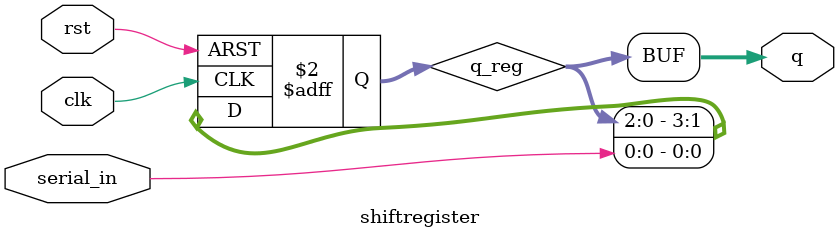
<source format=v>
module shiftregister (
    input clk,          // Clock input
    input rst,          // Active-high reset
    input serial_in,    // Serial data input
    output [3:0] q      // 4-bit output
);

    reg [3:0] q_reg;

    always @(posedge clk or posedge rst) begin
        if (rst)
            q_reg <= 4'b0000;              // Reset all bits to 0
        else
            q_reg <= {q_reg[2:0], serial_in};  // Shift left and insert serial_in
    end

    assign q = q_reg;

endmodule

</source>
